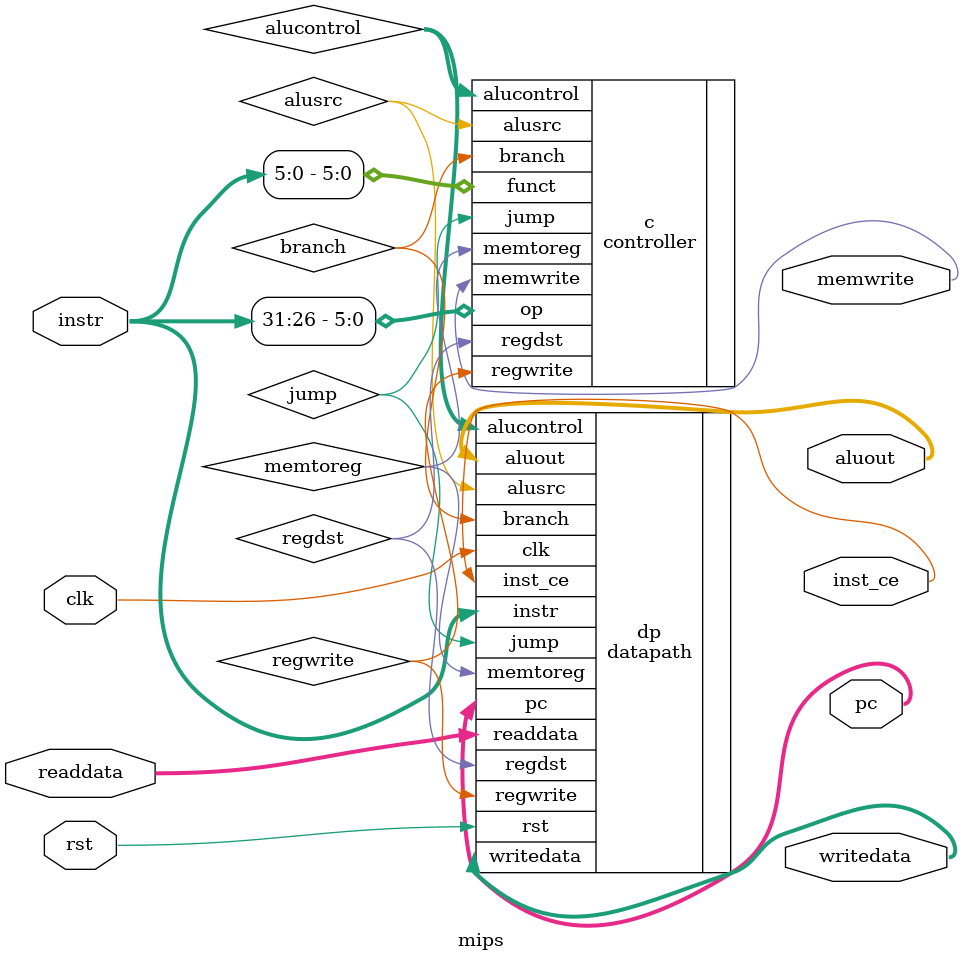
<source format=v>
`timescale 1ns / 1ps


module mips(
	input wire clk,
	input wire rst,
	input wire[31:0] instr,
	input wire[31:0] readdata,
	output wire[31:0] pc,
	output wire inst_ce,
	output wire memwrite,
	output wire[31:0] aluout,
	output wire[31:0] writedata	
    );
	
	
	wire memtoreg,alusrc,regdst,regwrite,jump,pcsrc,branch;
	wire[2:0] alucontrol;

	controller c(
	.op(instr[31:26]),
	.funct(instr[5:0]),
	.memtoreg(memtoreg),
	.memwrite(memwrite),
	.alusrc(alusrc),
	.regdst(regdst),
	.regwrite(regwrite),
	.jump(jump),
	.branch(branch),
	.alucontrol(alucontrol)
	);


	datapath dp(
	.clk(clk),
	.rst(rst),
	.memtoreg(memtoreg),
	.alusrc(alusrc),
	.jump(jump),
	.regdst(regdst),
	.branch(branch),
	.regwrite(regwrite),
	.alucontrol(alucontrol),
	.pc(pc),
	.instr(instr),
	.aluout(aluout),
	.writedata(writedata),
	.readdata(readdata),
	.inst_ce(inst_ce)
	);
	
endmodule

</source>
